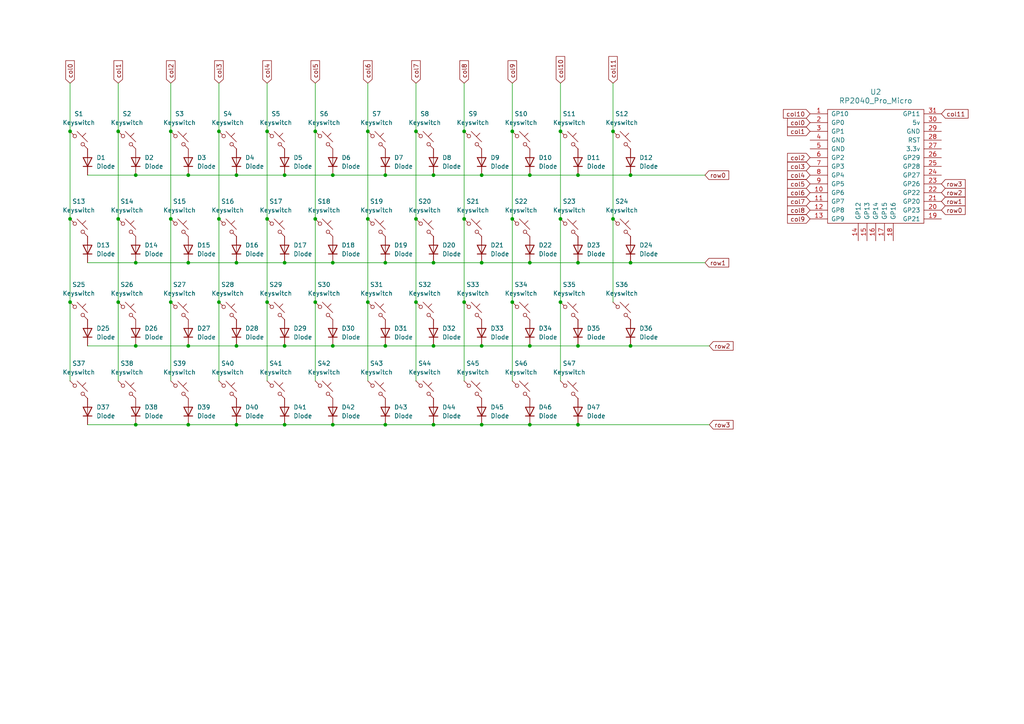
<source format=kicad_sch>
(kicad_sch (version 20231120) (generator "eeschema") (generator_version "8.0")
  (paper "A4")
  (lib_symbols
    (symbol "ScottoKeebs:MCU_RP2040_Pro_Micro" (pin_names (offset 1.016))
      (property "Reference" "U" (at 0 0 0))
      (property "Value" "RP2040_Pro_Micro" (at 0 -27.686 0))
      (symbol "MCU_RP2040_Pro_Micro_0_1"
        (rectangle (start -13.97 16.51) (end 13.97 -16.51))
      )
      (symbol "MCU_RP2040_Pro_Micro_1_1"
        (pin input line (at -19.05 15.24 0) (length 5.08) (name "GP10") (number "1"))
        (pin input line (at -19.05 -7.62 0) (length 5.08) (name "GP6") (number "10"))
        (pin input line (at -19.05 -10.16 0) (length 5.08) (name "GP7") (number "11"))
        (pin input line (at -19.05 -12.7 0) (length 5.08) (name "GP8") (number "12"))
        (pin input line (at -19.05 -15.24 0) (length 5.08) (name "GP9") (number "13"))
        (pin input line (at -5.08 -21.59 90) (length 5.08) (name "GP12") (number "14"))
        (pin input line (at -2.54 -21.59 90) (length 5.08) (name "GP13") (number "15"))
        (pin input line (at 0 -21.59 90) (length 5.08) (name "GP14") (number "16"))
        (pin input line (at 2.54 -21.59 90) (length 5.08) (name "GP15") (number "17"))
        (pin input line (at 5.08 -21.59 90) (length 5.08) (name "GP16") (number "18"))
        (pin input line (at 19.05 -15.24 180) (length 5.08) (name "GP21") (number "19"))
        (pin input line (at -19.05 12.7 0) (length 5.08) (name "GP0") (number "2"))
        (pin input line (at 19.05 -12.7 180) (length 5.08) (name "GP23") (number "20"))
        (pin input line (at 19.05 -10.16 180) (length 5.08) (name "GP20") (number "21"))
        (pin input line (at 19.05 -7.62 180) (length 5.08) (name "GP22") (number "22"))
        (pin input line (at 19.05 -5.08 180) (length 5.08) (name "GP26") (number "23"))
        (pin input line (at 19.05 -2.54 180) (length 5.08) (name "GP27") (number "24"))
        (pin input line (at 19.05 0 180) (length 5.08) (name "GP28") (number "25"))
        (pin input line (at 19.05 2.54 180) (length 5.08) (name "GP29") (number "26"))
        (pin input line (at 19.05 5.08 180) (length 5.08) (name "3.3v") (number "27"))
        (pin input line (at 19.05 7.62 180) (length 5.08) (name "RST") (number "28"))
        (pin input line (at 19.05 10.16 180) (length 5.08) (name "GND") (number "29"))
        (pin input line (at -19.05 10.16 0) (length 5.08) (name "GP1") (number "3"))
        (pin input line (at 19.05 12.7 180) (length 5.08) (name "5v") (number "30"))
        (pin input line (at 19.05 15.24 180) (length 5.08) (name "GP11") (number "31"))
        (pin input line (at -19.05 7.62 0) (length 5.08) (name "GND") (number "4"))
        (pin input line (at -19.05 5.08 0) (length 5.08) (name "GND") (number "5"))
        (pin input line (at -19.05 2.54 0) (length 5.08) (name "GP2") (number "6"))
        (pin input line (at -19.05 0 0) (length 5.08) (name "GP3") (number "7"))
        (pin input line (at -19.05 -2.54 0) (length 5.08) (name "GP4") (number "8"))
        (pin input line (at -19.05 -5.08 0) (length 5.08) (name "GP5") (number "9"))
      )
    )
    (symbol "ScottoKeebs:Placeholder_Diode" (pin_numbers hide) (pin_names hide)
      (property "Reference" "D" (at 0 2.54 0))
      (property "Value" "Diode" (at 0 -2.54 0))
      (symbol "Placeholder_Diode_0_1"
        (polyline (pts (xy -1.27 1.27) (xy -1.27 -1.27)) (stroke (width 0.254)))
        (polyline (pts (xy 1.27 0) (xy -1.27 0)))
        (polyline (pts (xy 1.27 1.27) (xy 1.27 -1.27) (xy -1.27 0) (xy 1.27 1.27)) (stroke (width 0.254)))
      )
      (symbol "Placeholder_Diode_1_1"
        (pin passive line (at -3.81 0 0) (length 2.54) (name "K") (number "1"))
        (pin passive line (at 3.81 0 180) (length 2.54) (name "A") (number "2"))
      )
    )
    (symbol "ScottoKeebs:Placeholder_Keyswitch" (pin_numbers hide) (pin_names (offset 1.016) hide)
      (property "Reference" "S" (at 3.048 1.016 0))
      (property "Value" "Keyswitch" (at 0 -3.81 0))
      (symbol "Placeholder_Keyswitch_0_1"
        (circle (center -1.1684 1.1684) (radius 0.508))
        (polyline (pts (xy -0.508 2.54) (xy 2.54 -0.508)))
        (polyline (pts (xy 1.016 1.016) (xy 2.032 2.032)))
        (polyline (pts (xy -2.54 2.54) (xy -1.524 1.524) (xy -1.524 1.524)))
        (polyline (pts (xy 1.524 -1.524) (xy 2.54 -2.54) (xy 2.54 -2.54) (xy 2.54 -2.54)))
        (circle (center 1.143 -1.1938) (radius 0.508))
        (pin passive line (at -2.54 2.54 0) (length 0) (name "1") (number "1"))
        (pin passive line (at 2.54 -2.54 180) (length 0) (name "2") (number "2"))
      )
    )
  )
  (junction (at 111.76 123.19))
  (junction (at 34.29 38.1))
  (junction (at 120.65 63.5))
  (junction (at 54.61 50.8))
  (junction (at 91.44 87.63))
  (junction (at 182.88 50.8))
  (junction (at 139.7 100.33))
  (junction (at 177.8 63.5))
  (junction (at 68.58 50.8))
  (junction (at 125.73 123.19))
  (junction (at 68.58 100.33))
  (junction (at 39.37 123.19))
  (junction (at 167.64 100.33))
  (junction (at 77.47 63.5))
  (junction (at 153.67 50.8))
  (junction (at 82.55 76.2))
  (junction (at 49.53 38.1))
  (junction (at 49.53 63.5))
  (junction (at 63.5 87.63))
  (junction (at 167.64 76.2))
  (junction (at 68.58 76.2))
  (junction (at 153.67 100.33))
  (junction (at 34.29 87.63))
  (junction (at 153.67 123.19))
  (junction (at 125.73 50.8))
  (junction (at 77.47 38.1))
  (junction (at 111.76 100.33))
  (junction (at 63.5 63.5))
  (junction (at 139.7 76.2))
  (junction (at 106.68 63.5))
  (junction (at 167.64 50.8))
  (junction (at 162.56 63.5))
  (junction (at 91.44 63.5))
  (junction (at 139.7 123.19))
  (junction (at 82.55 123.19))
  (junction (at 153.67 76.2))
  (junction (at 148.59 38.1))
  (junction (at 34.29 63.5))
  (junction (at 96.52 50.8))
  (junction (at 54.61 123.19))
  (junction (at 82.55 50.8))
  (junction (at 54.61 100.33))
  (junction (at 182.88 100.33))
  (junction (at 134.62 38.1))
  (junction (at 106.68 38.1))
  (junction (at 20.32 63.5))
  (junction (at 125.73 100.33))
  (junction (at 120.65 38.1))
  (junction (at 20.32 87.63))
  (junction (at 82.55 100.33))
  (junction (at 162.56 38.1))
  (junction (at 96.52 123.19))
  (junction (at 39.37 76.2))
  (junction (at 148.59 87.63))
  (junction (at 96.52 100.33))
  (junction (at 139.7 50.8))
  (junction (at 182.88 76.2))
  (junction (at 68.58 123.19))
  (junction (at 39.37 100.33))
  (junction (at 63.5 38.1))
  (junction (at 167.64 123.19))
  (junction (at 39.37 50.8))
  (junction (at 106.68 87.63))
  (junction (at 111.76 76.2))
  (junction (at 49.53 87.63))
  (junction (at 91.44 38.1))
  (junction (at 111.76 50.8))
  (junction (at 148.59 63.5))
  (junction (at 177.8 38.1))
  (junction (at 20.32 38.1))
  (junction (at 96.52 76.2))
  (junction (at 54.61 76.2))
  (junction (at 134.62 63.5))
  (junction (at 125.73 76.2))
  (junction (at 77.47 87.63))
  (junction (at 134.62 87.63))
  (junction (at 120.65 87.63))
  (junction (at 162.56 87.63))
  (wire (pts (xy 91.44 38.1) (xy 91.44 63.5)))
  (wire (pts (xy 49.53 38.1) (xy 49.53 63.5)))
  (wire (pts (xy 162.56 38.1) (xy 162.56 63.5)))
  (wire (pts (xy 162.56 63.5) (xy 162.56 87.63)))
  (wire (pts (xy 68.58 123.19) (xy 82.55 123.19)))
  (wire (pts (xy 134.62 38.1) (xy 134.62 63.5)))
  (wire (pts (xy 63.5 63.5) (xy 63.5 87.63)))
  (wire (pts (xy 39.37 100.33) (xy 54.61 100.33)))
  (wire (pts (xy 153.67 50.8) (xy 167.64 50.8)))
  (wire (pts (xy 134.62 63.5) (xy 134.62 87.63)))
  (wire (pts (xy 77.47 63.5) (xy 77.47 87.63)))
  (wire (pts (xy 20.32 87.63) (xy 20.32 110.49)))
  (wire (pts (xy 120.65 87.63) (xy 120.65 110.49)))
  (wire (pts (xy 125.73 50.8) (xy 139.7 50.8)))
  (wire (pts (xy 49.53 24.13) (xy 49.53 38.1)))
  (wire (pts (xy 134.62 87.63) (xy 134.62 110.49)))
  (wire (pts (xy 63.5 87.63) (xy 63.5 110.49)))
  (wire (pts (xy 34.29 87.63) (xy 34.29 110.49)))
  (wire (pts (xy 68.58 100.33) (xy 82.55 100.33)))
  (wire (pts (xy 125.73 100.33) (xy 139.7 100.33)))
  (wire (pts (xy 167.64 100.33) (xy 182.88 100.33)))
  (wire (pts (xy 96.52 123.19) (xy 111.76 123.19)))
  (wire (pts (xy 20.32 38.1) (xy 20.32 63.5)))
  (wire (pts (xy 96.52 76.2) (xy 111.76 76.2)))
  (wire (pts (xy 182.88 76.2) (xy 204.47 76.2)))
  (wire (pts (xy 20.32 63.5) (xy 20.32 87.63)))
  (wire (pts (xy 39.37 76.2) (xy 54.61 76.2)))
  (wire (pts (xy 148.59 24.13) (xy 148.59 38.1)))
  (wire (pts (xy 25.4 123.19) (xy 39.37 123.19)))
  (wire (pts (xy 82.55 100.33) (xy 96.52 100.33)))
  (wire (pts (xy 120.65 24.13) (xy 120.65 38.1)))
  (wire (pts (xy 139.7 50.8) (xy 153.67 50.8)))
  (wire (pts (xy 111.76 76.2) (xy 125.73 76.2)))
  (wire (pts (xy 106.68 38.1) (xy 106.68 63.5)))
  (wire (pts (xy 120.65 38.1) (xy 120.65 63.5)))
  (wire (pts (xy 177.8 24.13) (xy 177.8 38.1)))
  (wire (pts (xy 162.56 87.63) (xy 162.56 110.49)))
  (wire (pts (xy 148.59 87.63) (xy 148.59 110.49)))
  (wire (pts (xy 177.8 63.5) (xy 177.8 87.63)))
  (wire (pts (xy 77.47 38.1) (xy 77.47 63.5)))
  (wire (pts (xy 153.67 123.19) (xy 167.64 123.19)))
  (wire (pts (xy 25.4 100.33) (xy 39.37 100.33)))
  (wire (pts (xy 125.73 76.2) (xy 139.7 76.2)))
  (wire (pts (xy 111.76 50.8) (xy 125.73 50.8)))
  (wire (pts (xy 134.62 24.13) (xy 134.62 38.1)))
  (wire (pts (xy 25.4 50.8) (xy 39.37 50.8)))
  (wire (pts (xy 167.64 50.8) (xy 182.88 50.8)))
  (wire (pts (xy 148.59 63.5) (xy 148.59 87.63)))
  (wire (pts (xy 125.73 123.19) (xy 139.7 123.19)))
  (wire (pts (xy 91.44 24.13) (xy 91.44 38.1)))
  (wire (pts (xy 139.7 100.33) (xy 153.67 100.33)))
  (wire (pts (xy 167.64 123.19) (xy 205.74 123.19)))
  (wire (pts (xy 177.8 38.1) (xy 177.8 63.5)))
  (wire (pts (xy 20.32 24.13) (xy 20.32 38.1)))
  (wire (pts (xy 25.4 76.2) (xy 39.37 76.2)))
  (wire (pts (xy 77.47 24.13) (xy 77.47 38.1)))
  (wire (pts (xy 63.5 38.1) (xy 63.5 63.5)))
  (wire (pts (xy 148.59 38.1) (xy 148.59 63.5)))
  (wire (pts (xy 139.7 123.19) (xy 153.67 123.19)))
  (wire (pts (xy 96.52 50.8) (xy 111.76 50.8)))
  (wire (pts (xy 54.61 50.8) (xy 68.58 50.8)))
  (wire (pts (xy 34.29 38.1) (xy 34.29 63.5)))
  (wire (pts (xy 120.65 63.5) (xy 120.65 87.63)))
  (wire (pts (xy 111.76 123.19) (xy 125.73 123.19)))
  (wire (pts (xy 167.64 76.2) (xy 182.88 76.2)))
  (wire (pts (xy 68.58 76.2) (xy 82.55 76.2)))
  (wire (pts (xy 49.53 87.63) (xy 49.53 110.49)))
  (wire (pts (xy 82.55 76.2) (xy 96.52 76.2)))
  (wire (pts (xy 162.56 24.13) (xy 162.56 38.1)))
  (wire (pts (xy 111.76 100.33) (xy 125.73 100.33)))
  (wire (pts (xy 49.53 63.5) (xy 49.53 87.63)))
  (wire (pts (xy 96.52 100.33) (xy 111.76 100.33)))
  (wire (pts (xy 82.55 123.19) (xy 96.52 123.19)))
  (wire (pts (xy 182.88 100.33) (xy 205.74 100.33)))
  (wire (pts (xy 54.61 100.33) (xy 68.58 100.33)))
  (wire (pts (xy 34.29 24.13) (xy 34.29 38.1)))
  (wire (pts (xy 34.29 63.5) (xy 34.29 87.63)))
  (wire (pts (xy 91.44 87.63) (xy 91.44 110.49)))
  (wire (pts (xy 68.58 50.8) (xy 82.55 50.8)))
  (wire (pts (xy 54.61 76.2) (xy 68.58 76.2)))
  (wire (pts (xy 139.7 76.2) (xy 153.67 76.2)))
  (wire (pts (xy 182.88 50.8) (xy 204.47 50.8)))
  (wire (pts (xy 39.37 123.19) (xy 54.61 123.19)))
  (wire (pts (xy 77.47 87.63) (xy 77.47 110.49)))
  (wire (pts (xy 82.55 50.8) (xy 96.52 50.8)))
  (wire (pts (xy 153.67 76.2) (xy 167.64 76.2)))
  (wire (pts (xy 54.61 123.19) (xy 68.58 123.19)))
  (wire (pts (xy 106.68 87.63) (xy 106.68 110.49)))
  (wire (pts (xy 153.67 100.33) (xy 167.64 100.33)))
  (wire (pts (xy 63.5 24.13) (xy 63.5 38.1)))
  (wire (pts (xy 91.44 63.5) (xy 91.44 87.63)))
  (wire (pts (xy 106.68 63.5) (xy 106.68 87.63)))
  (wire (pts (xy 106.68 24.13) (xy 106.68 38.1)))
  (wire (pts (xy 39.37 50.8) (xy 54.61 50.8)))
  (global_label "col9" (shape input) (at 234.95 63.5 180) (property "Intersheetrefs" "${INTERSHEET_REFS}" (effects (hide yes))))
  (global_label "col11" (shape input) (at 273.05 33.02 0) (property "Intersheetrefs" "${INTERSHEET_REFS}" (effects (hide yes))))
  (global_label "col5" (shape input) (at 91.44 24.13 90) (property "Intersheetrefs" "${INTERSHEET_REFS}" (effects (hide yes))))
  (global_label "col6" (shape input) (at 106.68 24.13 90) (property "Intersheetrefs" "${INTERSHEET_REFS}" (effects (hide yes))))
  (global_label "col3" (shape input) (at 234.95 48.26 180) (property "Intersheetrefs" "${INTERSHEET_REFS}" (effects (hide yes))))
  (global_label "col7" (shape input) (at 234.95 58.42 180) (property "Intersheetrefs" "${INTERSHEET_REFS}" (effects (hide yes))))
  (global_label "col10" (shape input) (at 234.95 33.02 180) (property "Intersheetrefs" "${INTERSHEET_REFS}" (effects (hide yes))))
  (global_label "col0" (shape input) (at 234.95 35.56 180) (property "Intersheetrefs" "${INTERSHEET_REFS}" (effects (hide yes))))
  (global_label "col2" (shape input) (at 49.53 24.13 90) (property "Intersheetrefs" "${INTERSHEET_REFS}" (effects (hide yes))))
  (global_label "col8" (shape input) (at 134.62 24.13 90) (property "Intersheetrefs" "${INTERSHEET_REFS}" (effects (hide yes))))
  (global_label "row1" (shape input) (at 204.47 76.2 0) (property "Intersheetrefs" "${INTERSHEET_REFS}" (effects (hide yes))))
  (global_label "col10" (shape input) (at 162.56 24.13 90) (property "Intersheetrefs" "${INTERSHEET_REFS}" (effects (hide yes))))
  (global_label "col8" (shape input) (at 234.95 60.96 180) (property "Intersheetrefs" "${INTERSHEET_REFS}" (effects (hide yes))))
  (global_label "col7" (shape input) (at 120.65 24.13 90) (property "Intersheetrefs" "${INTERSHEET_REFS}" (effects (hide yes))))
  (global_label "col0" (shape input) (at 20.32 24.13 90) (property "Intersheetrefs" "${INTERSHEET_REFS}" (effects (hide yes))))
  (global_label "col4" (shape input) (at 234.95 50.8 180) (property "Intersheetrefs" "${INTERSHEET_REFS}" (effects (hide yes))))
  (global_label "row3" (shape input) (at 273.05 53.34 0) (property "Intersheetrefs" "${INTERSHEET_REFS}" (effects (hide yes))))
  (global_label "col5" (shape input) (at 234.95 53.34 180) (property "Intersheetrefs" "${INTERSHEET_REFS}" (effects (hide yes))))
  (global_label "row2" (shape input) (at 273.05 55.88 0) (property "Intersheetrefs" "${INTERSHEET_REFS}" (effects (hide yes))))
  (global_label "row1" (shape input) (at 273.05 58.42 0) (property "Intersheetrefs" "${INTERSHEET_REFS}" (effects (hide yes))))
  (global_label "col1" (shape input) (at 34.29 24.13 90) (property "Intersheetrefs" "${INTERSHEET_REFS}" (effects (hide yes))))
  (global_label "row3" (shape input) (at 205.74 123.19 0) (property "Intersheetrefs" "${INTERSHEET_REFS}" (effects (hide yes))))
  (global_label "col4" (shape input) (at 77.47 24.13 90) (property "Intersheetrefs" "${INTERSHEET_REFS}" (effects (hide yes))))
  (global_label "row2" (shape input) (at 205.74 100.33 0) (property "Intersheetrefs" "${INTERSHEET_REFS}" (effects (hide yes))))
  (global_label "col6" (shape input) (at 234.95 55.88 180) (property "Intersheetrefs" "${INTERSHEET_REFS}" (effects (hide yes))))
  (global_label "col9" (shape input) (at 148.59 24.13 90) (property "Intersheetrefs" "${INTERSHEET_REFS}" (effects (hide yes))))
  (global_label "col1" (shape input) (at 234.95 38.1 180) (property "Intersheetrefs" "${INTERSHEET_REFS}" (effects (hide yes))))
  (global_label "col3" (shape input) (at 63.5 24.13 90) (property "Intersheetrefs" "${INTERSHEET_REFS}" (effects (hide yes))))
  (global_label "row0" (shape input) (at 204.47 50.8 0) (property "Intersheetrefs" "${INTERSHEET_REFS}" (effects (hide yes))))
  (global_label "col11" (shape input) (at 177.8 24.13 90) (property "Intersheetrefs" "${INTERSHEET_REFS}" (effects (hide yes))))
  (global_label "col2" (shape input) (at 234.95 45.72 180) (property "Intersheetrefs" "${INTERSHEET_REFS}" (effects (hide yes))))
  (global_label "row0" (shape input) (at 273.05 60.96 0) (property "Intersheetrefs" "${INTERSHEET_REFS}" (effects (hide yes))))
  (symbol (lib_id "ScottoKeebs:Placeholder_Diode") (at 54.61 72.39 90) (unit 1)
    (property "Reference" "D15" (at 57.15 71.1199 90) (effects (justify right)))
    (property "Value" "Diode" (at 57.15 73.6599 90) (effects (justify right)))
    (property "Footprint" "Diode_SMD:D_SOD-123" (effects (hide yes)))
    (property "Description" "1N4148 (DO-35) or 1N4148W (SOD-123)" (effects (hide yes)))
    (property "Sim.Device" "D" (effects (hide yes)))
    (property "Sim.Pins" "1=K 2=A" (effects (hide yes)))
  )
  (symbol (lib_id "ScottoKeebs:Placeholder_Keyswitch") (at 151.13 66.04 0) (unit 1)
    (property "Reference" "S22" (at 151.13 58.42 0))
    (property "Value" "Keyswitch" (at 151.13 60.96 0))
    (property "Footprint" "KS33:SW_Gateron_LowProfile_HotSwap_PTH" (effects (hide yes)))
    (property "Description" "Push button switch, normally open, two pins, 45° tilted" (effects (hide yes)))
  )
  (symbol (lib_id "ScottoKeebs:Placeholder_Keyswitch") (at 109.22 113.03 0) (unit 1)
    (property "Reference" "S43" (at 109.22 105.41 0))
    (property "Value" "Keyswitch" (at 109.22 107.95 0))
    (property "Footprint" "KS33:SW_Gateron_LowProfile_HotSwap_PTH" (effects (hide yes)))
    (property "Description" "Push button switch, normally open, two pins, 45° tilted" (effects (hide yes)))
  )
  (symbol (lib_id "ScottoKeebs:Placeholder_Keyswitch") (at 165.1 113.03 0) (unit 1)
    (property "Reference" "S47" (at 165.1 105.41 0))
    (property "Value" "Keyswitch" (at 165.1 107.95 0))
    (property "Footprint" "KS33:SW_Gateron_LowProfile_HotSwap_PTH" (effects (hide yes)))
    (property "Description" "Push button switch, normally open, two pins, 45° tilted" (effects (hide yes)))
  )
  (symbol (lib_id "ScottoKeebs:Placeholder_Keyswitch") (at 66.04 40.64 0) (unit 1)
    (property "Reference" "S4" (at 66.04 33.02 0))
    (property "Value" "Keyswitch" (at 66.04 35.56 0))
    (property "Footprint" "KS33:SW_Gateron_LowProfile_HotSwap_PTH" (effects (hide yes)))
    (property "Description" "Push button switch, normally open, two pins, 45° tilted" (effects (hide yes)))
  )
  (symbol (lib_id "ScottoKeebs:Placeholder_Keyswitch") (at 93.98 40.64 0) (unit 1)
    (property "Reference" "S6" (at 93.98 33.02 0))
    (property "Value" "Keyswitch" (at 93.98 35.56 0))
    (property "Footprint" "KS33:SW_Gateron_LowProfile_HotSwap_PTH" (effects (hide yes)))
    (property "Description" "Push button switch, normally open, two pins, 45° tilted" (effects (hide yes)))
  )
  (symbol (lib_id "ScottoKeebs:Placeholder_Diode") (at 139.7 119.38 90) (unit 1)
    (property "Reference" "D45" (at 142.24 118.1099 90) (effects (justify right)))
    (property "Value" "Diode" (at 142.24 120.6499 90) (effects (justify right)))
    (property "Footprint" "Diode_SMD:D_SOD-123" (effects (hide yes)))
    (property "Description" "1N4148 (DO-35) or 1N4148W (SOD-123)" (effects (hide yes)))
    (property "Sim.Device" "D" (effects (hide yes)))
    (property "Sim.Pins" "1=K 2=A" (effects (hide yes)))
  )
  (symbol (lib_id "ScottoKeebs:Placeholder_Keyswitch") (at 123.19 40.64 0) (unit 1)
    (property "Reference" "S8" (at 123.19 33.02 0))
    (property "Value" "Keyswitch" (at 123.19 35.56 0))
    (property "Footprint" "KS33:SW_Gateron_LowProfile_HotSwap_PTH" (effects (hide yes)))
    (property "Description" "Push button switch, normally open, two pins, 45° tilted" (effects (hide yes)))
  )
  (symbol (lib_id "ScottoKeebs:Placeholder_Diode") (at 111.76 96.52 90) (unit 1)
    (property "Reference" "D31" (at 114.3 95.2499 90) (effects (justify right)))
    (property "Value" "Diode" (at 114.3 97.7899 90) (effects (justify right)))
    (property "Footprint" "Diode_SMD:D_SOD-123" (effects (hide yes)))
    (property "Description" "1N4148 (DO-35) or 1N4148W (SOD-123)" (effects (hide yes)))
    (property "Sim.Device" "D" (effects (hide yes)))
    (property "Sim.Pins" "1=K 2=A" (effects (hide yes)))
  )
  (symbol (lib_id "ScottoKeebs:Placeholder_Diode") (at 111.76 119.38 90) (unit 1)
    (property "Reference" "D43" (at 114.3 118.1099 90) (effects (justify right)))
    (property "Value" "Diode" (at 114.3 120.6499 90) (effects (justify right)))
    (property "Footprint" "Diode_SMD:D_SOD-123" (effects (hide yes)))
    (property "Description" "1N4148 (DO-35) or 1N4148W (SOD-123)" (effects (hide yes)))
    (property "Sim.Device" "D" (effects (hide yes)))
    (property "Sim.Pins" "1=K 2=A" (effects (hide yes)))
  )
  (symbol (lib_id "ScottoKeebs:Placeholder_Keyswitch") (at 22.86 90.17 0) (unit 1)
    (property "Reference" "S25" (at 22.86 82.55 0))
    (property "Value" "Keyswitch" (at 22.86 85.09 0))
    (property "Footprint" "KS33:SW_Gateron_LowProfile_HotSwap_PTH" (effects (hide yes)))
    (property "Description" "Push button switch, normally open, two pins, 45° tilted" (effects (hide yes)))
  )
  (symbol (lib_id "ScottoKeebs:Placeholder_Keyswitch") (at 80.01 113.03 0) (unit 1)
    (property "Reference" "S41" (at 80.01 105.41 0))
    (property "Value" "Keyswitch" (at 80.01 107.95 0))
    (property "Footprint" "KS33:SW_Gateron_LowProfile_HotSwap_PTH" (effects (hide yes)))
    (property "Description" "Push button switch, normally open, two pins, 45° tilted" (effects (hide yes)))
  )
  (symbol (lib_id "ScottoKeebs:Placeholder_Keyswitch") (at 137.16 113.03 0) (unit 1)
    (property "Reference" "S45" (at 137.16 105.41 0))
    (property "Value" "Keyswitch" (at 137.16 107.95 0))
    (property "Footprint" "KS33:SW_Gateron_LowProfile_HotSwap_PTH" (effects (hide yes)))
    (property "Description" "Push button switch, normally open, two pins, 45° tilted" (effects (hide yes)))
  )
  (symbol (lib_id "ScottoKeebs:Placeholder_Keyswitch") (at 93.98 66.04 0) (unit 1)
    (property "Reference" "S18" (at 93.98 58.42 0))
    (property "Value" "Keyswitch" (at 93.98 60.96 0))
    (property "Footprint" "KS33:SW_Gateron_LowProfile_HotSwap_PTH" (effects (hide yes)))
    (property "Description" "Push button switch, normally open, two pins, 45° tilted" (effects (hide yes)))
  )
  (symbol (lib_id "ScottoKeebs:Placeholder_Keyswitch") (at 123.19 113.03 0) (unit 1)
    (property "Reference" "S44" (at 123.19 105.41 0))
    (property "Value" "Keyswitch" (at 123.19 107.95 0))
    (property "Footprint" "KS33:SW_Gateron_LowProfile_HotSwap_PTH" (effects (hide yes)))
    (property "Description" "Push button switch, normally open, two pins, 45° tilted" (effects (hide yes)))
  )
  (symbol (lib_id "ScottoKeebs:Placeholder_Diode") (at 153.67 119.38 90) (unit 1)
    (property "Reference" "D46" (at 156.21 118.1099 90) (effects (justify right)))
    (property "Value" "Diode" (at 156.21 120.6499 90) (effects (justify right)))
    (property "Footprint" "Diode_SMD:D_SOD-123" (effects (hide yes)))
    (property "Description" "1N4148 (DO-35) or 1N4148W (SOD-123)" (effects (hide yes)))
    (property "Sim.Device" "D" (effects (hide yes)))
    (property "Sim.Pins" "1=K 2=A" (effects (hide yes)))
  )
  (symbol (lib_id "ScottoKeebs:Placeholder_Keyswitch") (at 36.83 66.04 0) (unit 1)
    (property "Reference" "S14" (at 36.83 58.42 0))
    (property "Value" "Keyswitch" (at 36.83 60.96 0))
    (property "Footprint" "KS33:SW_Gateron_LowProfile_HotSwap_PTH" (effects (hide yes)))
    (property "Description" "Push button switch, normally open, two pins, 45° tilted" (effects (hide yes)))
  )
  (symbol (lib_id "ScottoKeebs:Placeholder_Diode") (at 25.4 96.52 90) (unit 1)
    (property "Reference" "D25" (at 27.94 95.2499 90) (effects (justify right)))
    (property "Value" "Diode" (at 27.94 97.7899 90) (effects (justify right)))
    (property "Footprint" "Diode_SMD:D_SOD-123" (effects (hide yes)))
    (property "Description" "1N4148 (DO-35) or 1N4148W (SOD-123)" (effects (hide yes)))
    (property "Sim.Device" "D" (effects (hide yes)))
    (property "Sim.Pins" "1=K 2=A" (effects (hide yes)))
  )
  (symbol (lib_id "ScottoKeebs:Placeholder_Diode") (at 153.67 46.99 90) (unit 1)
    (property "Reference" "D10" (at 156.21 45.7199 90) (effects (justify right)))
    (property "Value" "Diode" (at 156.21 48.2599 90) (effects (justify right)))
    (property "Footprint" "Diode_SMD:D_SOD-123" (effects (hide yes)))
    (property "Description" "1N4148 (DO-35) or 1N4148W (SOD-123)" (effects (hide yes)))
    (property "Sim.Device" "D" (effects (hide yes)))
    (property "Sim.Pins" "1=K 2=A" (effects (hide yes)))
  )
  (symbol (lib_id "ScottoKeebs:Placeholder_Diode") (at 96.52 96.52 90) (unit 1)
    (property "Reference" "D30" (at 99.06 95.2499 90) (effects (justify right)))
    (property "Value" "Diode" (at 99.06 97.7899 90) (effects (justify right)))
    (property "Footprint" "Diode_SMD:D_SOD-123" (effects (hide yes)))
    (property "Description" "1N4148 (DO-35) or 1N4148W (SOD-123)" (effects (hide yes)))
    (property "Sim.Device" "D" (effects (hide yes)))
    (property "Sim.Pins" "1=K 2=A" (effects (hide yes)))
  )
  (symbol (lib_id "ScottoKeebs:Placeholder_Diode") (at 111.76 72.39 90) (unit 1)
    (property "Reference" "D19" (at 114.3 71.1199 90) (effects (justify right)))
    (property "Value" "Diode" (at 114.3 73.6599 90) (effects (justify right)))
    (property "Footprint" "Diode_SMD:D_SOD-123" (effects (hide yes)))
    (property "Description" "1N4148 (DO-35) or 1N4148W (SOD-123)" (effects (hide yes)))
    (property "Sim.Device" "D" (effects (hide yes)))
    (property "Sim.Pins" "1=K 2=A" (effects (hide yes)))
  )
  (symbol (lib_id "ScottoKeebs:MCU_RP2040_Pro_Micro") (at 254 48.26 0) (unit 1)
    (property "Reference" "U2" (at 254 26.67 0) (effects (font (size 1.524 1.524))))
    (property "Value" "RP2040_Pro_Micro" (at 254 29.21 0) (effects (font (size 1.524 1.524))))
    (property "Footprint" "ScottoKeebs_MCU:RP2040_Pro_Micro" (effects (hide yes)))
  )
  (symbol (lib_id "ScottoKeebs:Placeholder_Diode") (at 139.7 46.99 90) (unit 1)
    (property "Reference" "D9" (at 142.24 45.7199 90) (effects (justify right)))
    (property "Value" "Diode" (at 142.24 48.2599 90) (effects (justify right)))
    (property "Footprint" "Diode_SMD:D_SOD-123" (effects (hide yes)))
    (property "Description" "1N4148 (DO-35) or 1N4148W (SOD-123)" (effects (hide yes)))
    (property "Sim.Device" "D" (effects (hide yes)))
    (property "Sim.Pins" "1=K 2=A" (effects (hide yes)))
  )
  (symbol (lib_id "ScottoKeebs:Placeholder_Keyswitch") (at 165.1 90.17 0) (unit 1)
    (property "Reference" "S35" (at 165.1 82.55 0))
    (property "Value" "Keyswitch" (at 165.1 85.09 0))
    (property "Footprint" "KS33:SW_Gateron_LowProfile_HotSwap_PTH" (effects (hide yes)))
    (property "Description" "Push button switch, normally open, two pins, 45° tilted" (effects (hide yes)))
  )
  (symbol (lib_id "ScottoKeebs:Placeholder_Diode") (at 82.55 96.52 90) (unit 1)
    (property "Reference" "D29" (at 85.09 95.2499 90) (effects (justify right)))
    (property "Value" "Diode" (at 85.09 97.7899 90) (effects (justify right)))
    (property "Footprint" "Diode_SMD:D_SOD-123" (effects (hide yes)))
    (property "Description" "1N4148 (DO-35) or 1N4148W (SOD-123)" (effects (hide yes)))
    (property "Sim.Device" "D" (effects (hide yes)))
    (property "Sim.Pins" "1=K 2=A" (effects (hide yes)))
  )
  (symbol (lib_id "ScottoKeebs:Placeholder_Diode") (at 125.73 72.39 90) (unit 1)
    (property "Reference" "D20" (at 128.27 71.1199 90) (effects (justify right)))
    (property "Value" "Diode" (at 128.27 73.6599 90) (effects (justify right)))
    (property "Footprint" "Diode_SMD:D_SOD-123" (effects (hide yes)))
    (property "Description" "1N4148 (DO-35) or 1N4148W (SOD-123)" (effects (hide yes)))
    (property "Sim.Device" "D" (effects (hide yes)))
    (property "Sim.Pins" "1=K 2=A" (effects (hide yes)))
  )
  (symbol (lib_id "ScottoKeebs:Placeholder_Keyswitch") (at 66.04 90.17 0) (unit 1)
    (property "Reference" "S28" (at 66.04 82.55 0))
    (property "Value" "Keyswitch" (at 66.04 85.09 0))
    (property "Footprint" "KS33:SW_Gateron_LowProfile_HotSwap_PTH" (effects (hide yes)))
    (property "Description" "Push button switch, normally open, two pins, 45° tilted" (effects (hide yes)))
  )
  (symbol (lib_id "ScottoKeebs:Placeholder_Diode") (at 153.67 96.52 90) (unit 1)
    (property "Reference" "D34" (at 156.21 95.2499 90) (effects (justify right)))
    (property "Value" "Diode" (at 156.21 97.7899 90) (effects (justify right)))
    (property "Footprint" "Diode_SMD:D_SOD-123" (effects (hide yes)))
    (property "Description" "1N4148 (DO-35) or 1N4148W (SOD-123)" (effects (hide yes)))
    (property "Sim.Device" "D" (effects (hide yes)))
    (property "Sim.Pins" "1=K 2=A" (effects (hide yes)))
  )
  (symbol (lib_id "ScottoKeebs:Placeholder_Diode") (at 68.58 119.38 90) (unit 1)
    (property "Reference" "D40" (at 71.12 118.1099 90) (effects (justify right)))
    (property "Value" "Diode" (at 71.12 120.6499 90) (effects (justify right)))
    (property "Footprint" "Diode_SMD:D_SOD-123" (effects (hide yes)))
    (property "Description" "1N4148 (DO-35) or 1N4148W (SOD-123)" (effects (hide yes)))
    (property "Sim.Device" "D" (effects (hide yes)))
    (property "Sim.Pins" "1=K 2=A" (effects (hide yes)))
  )
  (symbol (lib_id "ScottoKeebs:Placeholder_Diode") (at 96.52 119.38 90) (unit 1)
    (property "Reference" "D42" (at 99.06 118.1099 90) (effects (justify right)))
    (property "Value" "Diode" (at 99.06 120.6499 90) (effects (justify right)))
    (property "Footprint" "Diode_SMD:D_SOD-123" (effects (hide yes)))
    (property "Description" "1N4148 (DO-35) or 1N4148W (SOD-123)" (effects (hide yes)))
    (property "Sim.Device" "D" (effects (hide yes)))
    (property "Sim.Pins" "1=K 2=A" (effects (hide yes)))
  )
  (symbol (lib_id "ScottoKeebs:Placeholder_Diode") (at 68.58 96.52 90) (unit 1)
    (property "Reference" "D28" (at 71.12 95.2499 90) (effects (justify right)))
    (property "Value" "Diode" (at 71.12 97.7899 90) (effects (justify right)))
    (property "Footprint" "Diode_SMD:D_SOD-123" (effects (hide yes)))
    (property "Description" "1N4148 (DO-35) or 1N4148W (SOD-123)" (effects (hide yes)))
    (property "Sim.Device" "D" (effects (hide yes)))
    (property "Sim.Pins" "1=K 2=A" (effects (hide yes)))
  )
  (symbol (lib_id "ScottoKeebs:Placeholder_Keyswitch") (at 151.13 90.17 0) (unit 1)
    (property "Reference" "S34" (at 151.13 82.55 0))
    (property "Value" "Keyswitch" (at 151.13 85.09 0))
    (property "Footprint" "KS33:SW_Gateron_LowProfile_HotSwap_PTH" (effects (hide yes)))
    (property "Description" "Push button switch, normally open, two pins, 45° tilted" (effects (hide yes)))
  )
  (symbol (lib_id "ScottoKeebs:Placeholder_Diode") (at 139.7 72.39 90) (unit 1)
    (property "Reference" "D21" (at 142.24 71.1199 90) (effects (justify right)))
    (property "Value" "Diode" (at 142.24 73.6599 90) (effects (justify right)))
    (property "Footprint" "Diode_SMD:D_SOD-123" (effects (hide yes)))
    (property "Description" "1N4148 (DO-35) or 1N4148W (SOD-123)" (effects (hide yes)))
    (property "Sim.Device" "D" (effects (hide yes)))
    (property "Sim.Pins" "1=K 2=A" (effects (hide yes)))
  )
  (symbol (lib_id "ScottoKeebs:Placeholder_Keyswitch") (at 22.86 113.03 0) (unit 1)
    (property "Reference" "S37" (at 22.86 105.41 0))
    (property "Value" "Keyswitch" (at 22.86 107.95 0))
    (property "Footprint" "KS33:SW_Gateron_LowProfile_HotSwap_PTH" (effects (hide yes)))
    (property "Description" "Push button switch, normally open, two pins, 45° tilted" (effects (hide yes)))
  )
  (symbol (lib_id "ScottoKeebs:Placeholder_Keyswitch") (at 66.04 66.04 0) (unit 1)
    (property "Reference" "S16" (at 66.04 58.42 0))
    (property "Value" "Keyswitch" (at 66.04 60.96 0))
    (property "Footprint" "KS33:SW_Gateron_LowProfile_HotSwap_PTH" (effects (hide yes)))
    (property "Description" "Push button switch, normally open, two pins, 45° tilted" (effects (hide yes)))
  )
  (symbol (lib_id "ScottoKeebs:Placeholder_Diode") (at 25.4 46.99 90) (unit 1)
    (property "Reference" "D1" (at 27.94 45.7199 90) (effects (justify right)))
    (property "Value" "Diode" (at 27.94 48.2599 90) (effects (justify right)))
    (property "Footprint" "Diode_SMD:D_SOD-123" (effects (hide yes)))
    (property "Description" "1N4148 (DO-35) or 1N4148W (SOD-123)" (effects (hide yes)))
    (property "Sim.Device" "D" (effects (hide yes)))
    (property "Sim.Pins" "1=K 2=A" (effects (hide yes)))
  )
  (symbol (lib_id "ScottoKeebs:Placeholder_Keyswitch") (at 123.19 66.04 0) (unit 1)
    (property "Reference" "S20" (at 123.19 58.42 0))
    (property "Value" "Keyswitch" (at 123.19 60.96 0))
    (property "Footprint" "KS33:SW_Gateron_LowProfile_HotSwap_PTH" (effects (hide yes)))
    (property "Description" "Push button switch, normally open, two pins, 45° tilted" (effects (hide yes)))
  )
  (symbol (lib_id "ScottoKeebs:Placeholder_Keyswitch") (at 36.83 40.64 0) (unit 1)
    (property "Reference" "S2" (at 36.83 33.02 0))
    (property "Value" "Keyswitch" (at 36.83 35.56 0))
    (property "Footprint" "KS33:SW_Gateron_LowProfile_HotSwap_PTH" (effects (hide yes)))
    (property "Description" "Push button switch, normally open, two pins, 45° tilted" (effects (hide yes)))
  )
  (symbol (lib_id "ScottoKeebs:Placeholder_Diode") (at 54.61 96.52 90) (unit 1)
    (property "Reference" "D27" (at 57.15 95.2499 90) (effects (justify right)))
    (property "Value" "Diode" (at 57.15 97.7899 90) (effects (justify right)))
    (property "Footprint" "Diode_SMD:D_SOD-123" (effects (hide yes)))
    (property "Description" "1N4148 (DO-35) or 1N4148W (SOD-123)" (effects (hide yes)))
    (property "Sim.Device" "D" (effects (hide yes)))
    (property "Sim.Pins" "1=K 2=A" (effects (hide yes)))
  )
  (symbol (lib_id "ScottoKeebs:Placeholder_Keyswitch") (at 52.07 113.03 0) (unit 1)
    (property "Reference" "S39" (at 52.07 105.41 0))
    (property "Value" "Keyswitch" (at 52.07 107.95 0))
    (property "Footprint" "KS33:SW_Gateron_LowProfile_HotSwap_PTH" (effects (hide yes)))
    (property "Description" "Push button switch, normally open, two pins, 45° tilted" (effects (hide yes)))
  )
  (symbol (lib_id "ScottoKeebs:Placeholder_Keyswitch") (at 109.22 66.04 0) (unit 1)
    (property "Reference" "S19" (at 109.22 58.42 0))
    (property "Value" "Keyswitch" (at 109.22 60.96 0))
    (property "Footprint" "KS33:SW_Gateron_LowProfile_HotSwap_PTH" (effects (hide yes)))
    (property "Description" "Push button switch, normally open, two pins, 45° tilted" (effects (hide yes)))
  )
  (symbol (lib_id "ScottoKeebs:Placeholder_Keyswitch") (at 165.1 66.04 0) (unit 1)
    (property "Reference" "S23" (at 165.1 58.42 0))
    (property "Value" "Keyswitch" (at 165.1 60.96 0))
    (property "Footprint" "KS33:SW_Gateron_LowProfile_HotSwap_PTH" (effects (hide yes)))
    (property "Description" "Push button switch, normally open, two pins, 45° tilted" (effects (hide yes)))
  )
  (symbol (lib_id "ScottoKeebs:Placeholder_Keyswitch") (at 109.22 40.64 0) (unit 1)
    (property "Reference" "S7" (at 109.22 33.02 0))
    (property "Value" "Keyswitch" (at 109.22 35.56 0))
    (property "Footprint" "KS33:SW_Gateron_LowProfile_HotSwap_PTH" (effects (hide yes)))
    (property "Description" "Push button switch, normally open, two pins, 45° tilted" (effects (hide yes)))
  )
  (symbol (lib_id "ScottoKeebs:Placeholder_Keyswitch") (at 123.19 90.17 0) (unit 1)
    (property "Reference" "S32" (at 123.19 82.55 0))
    (property "Value" "Keyswitch" (at 123.19 85.09 0))
    (property "Footprint" "KS33:SW_Gateron_LowProfile_HotSwap_PTH" (effects (hide yes)))
    (property "Description" "Push button switch, normally open, two pins, 45° tilted" (effects (hide yes)))
  )
  (symbol (lib_id "ScottoKeebs:Placeholder_Diode") (at 68.58 72.39 90) (unit 1)
    (property "Reference" "D16" (at 71.12 71.1199 90) (effects (justify right)))
    (property "Value" "Diode" (at 71.12 73.6599 90) (effects (justify right)))
    (property "Footprint" "Diode_SMD:D_SOD-123" (effects (hide yes)))
    (property "Description" "1N4148 (DO-35) or 1N4148W (SOD-123)" (effects (hide yes)))
    (property "Sim.Device" "D" (effects (hide yes)))
    (property "Sim.Pins" "1=K 2=A" (effects (hide yes)))
  )
  (symbol (lib_id "ScottoKeebs:Placeholder_Diode") (at 68.58 46.99 90) (unit 1)
    (property "Reference" "D4" (at 71.12 45.7199 90) (effects (justify right)))
    (property "Value" "Diode" (at 71.12 48.2599 90) (effects (justify right)))
    (property "Footprint" "Diode_SMD:D_SOD-123" (effects (hide yes)))
    (property "Description" "1N4148 (DO-35) or 1N4148W (SOD-123)" (effects (hide yes)))
    (property "Sim.Device" "D" (effects (hide yes)))
    (property "Sim.Pins" "1=K 2=A" (effects (hide yes)))
  )
  (symbol (lib_id "ScottoKeebs:Placeholder_Diode") (at 167.64 96.52 90) (unit 1)
    (property "Reference" "D35" (at 170.18 95.2499 90) (effects (justify right)))
    (property "Value" "Diode" (at 170.18 97.7899 90) (effects (justify right)))
    (property "Footprint" "Diode_SMD:D_SOD-123" (effects (hide yes)))
    (property "Description" "1N4148 (DO-35) or 1N4148W (SOD-123)" (effects (hide yes)))
    (property "Sim.Device" "D" (effects (hide yes)))
    (property "Sim.Pins" "1=K 2=A" (effects (hide yes)))
  )
  (symbol (lib_id "ScottoKeebs:Placeholder_Diode") (at 111.76 46.99 90) (unit 1)
    (property "Reference" "D7" (at 114.3 45.7199 90) (effects (justify right)))
    (property "Value" "Diode" (at 114.3 48.2599 90) (effects (justify right)))
    (property "Footprint" "Diode_SMD:D_SOD-123" (effects (hide yes)))
    (property "Description" "1N4148 (DO-35) or 1N4148W (SOD-123)" (effects (hide yes)))
    (property "Sim.Device" "D" (effects (hide yes)))
    (property "Sim.Pins" "1=K 2=A" (effects (hide yes)))
  )
  (symbol (lib_id "ScottoKeebs:Placeholder_Diode") (at 39.37 96.52 90) (unit 1)
    (property "Reference" "D26" (at 41.91 95.2499 90) (effects (justify right)))
    (property "Value" "Diode" (at 41.91 97.7899 90) (effects (justify right)))
    (property "Footprint" "Diode_SMD:D_SOD-123" (effects (hide yes)))
    (property "Description" "1N4148 (DO-35) or 1N4148W (SOD-123)" (effects (hide yes)))
    (property "Sim.Device" "D" (effects (hide yes)))
    (property "Sim.Pins" "1=K 2=A" (effects (hide yes)))
  )
  (symbol (lib_id "ScottoKeebs:Placeholder_Diode") (at 39.37 119.38 90) (unit 1)
    (property "Reference" "D38" (at 41.91 118.1099 90) (effects (justify right)))
    (property "Value" "Diode" (at 41.91 120.6499 90) (effects (justify right)))
    (property "Footprint" "Diode_SMD:D_SOD-123" (effects (hide yes)))
    (property "Description" "1N4148 (DO-35) or 1N4148W (SOD-123)" (effects (hide yes)))
    (property "Sim.Device" "D" (effects (hide yes)))
    (property "Sim.Pins" "1=K 2=A" (effects (hide yes)))
  )
  (symbol (lib_id "ScottoKeebs:Placeholder_Keyswitch") (at 52.07 40.64 0) (unit 1)
    (property "Reference" "S3" (at 52.07 33.02 0))
    (property "Value" "Keyswitch" (at 52.07 35.56 0))
    (property "Footprint" "KS33:SW_Gateron_LowProfile_HotSwap_PTH" (effects (hide yes)))
    (property "Description" "Push button switch, normally open, two pins, 45° tilted" (effects (hide yes)))
  )
  (symbol (lib_id "ScottoKeebs:Placeholder_Keyswitch") (at 180.34 90.17 0) (unit 1)
    (property "Reference" "S36" (at 180.34 82.55 0))
    (property "Value" "Keyswitch" (at 180.34 85.09 0))
    (property "Footprint" "KS33:SW_Gateron_LowProfile_HotSwap_PTH" (effects (hide yes)))
    (property "Description" "Push button switch, normally open, two pins, 45° tilted" (effects (hide yes)))
  )
  (symbol (lib_id "ScottoKeebs:Placeholder_Keyswitch") (at 109.22 90.17 0) (unit 1)
    (property "Reference" "S31" (at 109.22 82.55 0))
    (property "Value" "Keyswitch" (at 109.22 85.09 0))
    (property "Footprint" "KS33:SW_Gateron_LowProfile_HotSwap_PTH" (effects (hide yes)))
    (property "Description" "Push button switch, normally open, two pins, 45° tilted" (effects (hide yes)))
  )
  (symbol (lib_id "ScottoKeebs:Placeholder_Keyswitch") (at 137.16 66.04 0) (unit 1)
    (property "Reference" "S21" (at 137.16 58.42 0))
    (property "Value" "Keyswitch" (at 137.16 60.96 0))
    (property "Footprint" "KS33:SW_Gateron_LowProfile_HotSwap_PTH" (effects (hide yes)))
    (property "Description" "Push button switch, normally open, two pins, 45° tilted" (effects (hide yes)))
  )
  (symbol (lib_id "ScottoKeebs:Placeholder_Diode") (at 82.55 72.39 90) (unit 1)
    (property "Reference" "D17" (at 85.09 71.1199 90) (effects (justify right)))
    (property "Value" "Diode" (at 85.09 73.6599 90) (effects (justify right)))
    (property "Footprint" "Diode_SMD:D_SOD-123" (effects (hide yes)))
    (property "Description" "1N4148 (DO-35) or 1N4148W (SOD-123)" (effects (hide yes)))
    (property "Sim.Device" "D" (effects (hide yes)))
    (property "Sim.Pins" "1=K 2=A" (effects (hide yes)))
  )
  (symbol (lib_id "ScottoKeebs:Placeholder_Diode") (at 96.52 72.39 90) (unit 1)
    (property "Reference" "D18" (at 99.06 71.1199 90) (effects (justify right)))
    (property "Value" "Diode" (at 99.06 73.6599 90) (effects (justify right)))
    (property "Footprint" "Diode_SMD:D_SOD-123" (effects (hide yes)))
    (property "Description" "1N4148 (DO-35) or 1N4148W (SOD-123)" (effects (hide yes)))
    (property "Sim.Device" "D" (effects (hide yes)))
    (property "Sim.Pins" "1=K 2=A" (effects (hide yes)))
  )
  (symbol (lib_id "ScottoKeebs:Placeholder_Diode") (at 125.73 96.52 90) (unit 1)
    (property "Reference" "D32" (at 128.27 95.2499 90) (effects (justify right)))
    (property "Value" "Diode" (at 128.27 97.7899 90) (effects (justify right)))
    (property "Footprint" "Diode_SMD:D_SOD-123" (effects (hide yes)))
    (property "Description" "1N4148 (DO-35) or 1N4148W (SOD-123)" (effects (hide yes)))
    (property "Sim.Device" "D" (effects (hide yes)))
    (property "Sim.Pins" "1=K 2=A" (effects (hide yes)))
  )
  (symbol (lib_id "ScottoKeebs:Placeholder_Keyswitch") (at 22.86 40.64 0) (unit 1)
    (property "Reference" "S1" (at 22.86 33.02 0))
    (property "Value" "Keyswitch" (at 22.86 35.56 0))
    (property "Footprint" "KS33:SW_Gateron_LowProfile_HotSwap_PTH" (effects (hide yes)))
    (property "Description" "Push button switch, normally open, two pins, 45° tilted" (effects (hide yes)))
  )
  (symbol (lib_id "ScottoKeebs:Placeholder_Keyswitch") (at 22.86 66.04 0) (unit 1)
    (property "Reference" "S13" (at 22.86 58.42 0))
    (property "Value" "Keyswitch" (at 22.86 60.96 0))
    (property "Footprint" "KS33:SW_Gateron_LowProfile_HotSwap_PTH" (effects (hide yes)))
    (property "Description" "Push button switch, normally open, two pins, 45° tilted" (effects (hide yes)))
  )
  (symbol (lib_id "ScottoKeebs:Placeholder_Diode") (at 39.37 72.39 90) (unit 1)
    (property "Reference" "D14" (at 41.91 71.1199 90) (effects (justify right)))
    (property "Value" "Diode" (at 41.91 73.6599 90) (effects (justify right)))
    (property "Footprint" "Diode_SMD:D_SOD-123" (effects (hide yes)))
    (property "Description" "1N4148 (DO-35) or 1N4148W (SOD-123)" (effects (hide yes)))
    (property "Sim.Device" "D" (effects (hide yes)))
    (property "Sim.Pins" "1=K 2=A" (effects (hide yes)))
  )
  (symbol (lib_id "ScottoKeebs:Placeholder_Diode") (at 82.55 119.38 90) (unit 1)
    (property "Reference" "D41" (at 85.09 118.1099 90) (effects (justify right)))
    (property "Value" "Diode" (at 85.09 120.6499 90) (effects (justify right)))
    (property "Footprint" "Diode_SMD:D_SOD-123" (effects (hide yes)))
    (property "Description" "1N4148 (DO-35) or 1N4148W (SOD-123)" (effects (hide yes)))
    (property "Sim.Device" "D" (effects (hide yes)))
    (property "Sim.Pins" "1=K 2=A" (effects (hide yes)))
  )
  (symbol (lib_id "ScottoKeebs:Placeholder_Diode") (at 54.61 119.38 90) (unit 1)
    (property "Reference" "D39" (at 57.15 118.1099 90) (effects (justify right)))
    (property "Value" "Diode" (at 57.15 120.6499 90) (effects (justify right)))
    (property "Footprint" "Diode_SMD:D_SOD-123" (effects (hide yes)))
    (property "Description" "1N4148 (DO-35) or 1N4148W (SOD-123)" (effects (hide yes)))
    (property "Sim.Device" "D" (effects (hide yes)))
    (property "Sim.Pins" "1=K 2=A" (effects (hide yes)))
  )
  (symbol (lib_id "ScottoKeebs:Placeholder_Diode") (at 167.64 119.38 90) (unit 1)
    (property "Reference" "D47" (at 170.18 118.1099 90) (effects (justify right)))
    (property "Value" "Diode" (at 170.18 120.6499 90) (effects (justify right)))
    (property "Footprint" "Diode_SMD:D_SOD-123" (effects (hide yes)))
    (property "Description" "1N4148 (DO-35) or 1N4148W (SOD-123)" (effects (hide yes)))
    (property "Sim.Device" "D" (effects (hide yes)))
    (property "Sim.Pins" "1=K 2=A" (effects (hide yes)))
  )
  (symbol (lib_id "ScottoKeebs:Placeholder_Keyswitch") (at 180.34 66.04 0) (unit 1)
    (property "Reference" "S24" (at 180.34 58.42 0))
    (property "Value" "Keyswitch" (at 180.34 60.96 0))
    (property "Footprint" "KS33:SW_Gateron_LowProfile_HotSwap_PTH" (effects (hide yes)))
    (property "Description" "Push button switch, normally open, two pins, 45° tilted" (effects (hide yes)))
  )
  (symbol (lib_id "ScottoKeebs:Placeholder_Keyswitch") (at 52.07 66.04 0) (unit 1)
    (property "Reference" "S15" (at 52.07 58.42 0))
    (property "Value" "Keyswitch" (at 52.07 60.96 0))
    (property "Footprint" "KS33:SW_Gateron_LowProfile_HotSwap_PTH" (effects (hide yes)))
    (property "Description" "Push button switch, normally open, two pins, 45° tilted" (effects (hide yes)))
  )
  (symbol (lib_id "ScottoKeebs:Placeholder_Diode") (at 125.73 46.99 90) (unit 1)
    (property "Reference" "D8" (at 128.27 45.7199 90) (effects (justify right)))
    (property "Value" "Diode" (at 128.27 48.2599 90) (effects (justify right)))
    (property "Footprint" "Diode_SMD:D_SOD-123" (effects (hide yes)))
    (property "Description" "1N4148 (DO-35) or 1N4148W (SOD-123)" (effects (hide yes)))
    (property "Sim.Device" "D" (effects (hide yes)))
    (property "Sim.Pins" "1=K 2=A" (effects (hide yes)))
  )
  (symbol (lib_id "ScottoKeebs:Placeholder_Diode") (at 96.52 46.99 90) (unit 1)
    (property "Reference" "D6" (at 99.06 45.7199 90) (effects (justify right)))
    (property "Value" "Diode" (at 99.06 48.2599 90) (effects (justify right)))
    (property "Footprint" "Diode_SMD:D_SOD-123" (effects (hide yes)))
    (property "Description" "1N4148 (DO-35) or 1N4148W (SOD-123)" (effects (hide yes)))
    (property "Sim.Device" "D" (effects (hide yes)))
    (property "Sim.Pins" "1=K 2=A" (effects (hide yes)))
  )
  (symbol (lib_id "ScottoKeebs:Placeholder_Diode") (at 167.64 46.99 90) (unit 1)
    (property "Reference" "D11" (at 170.18 45.7199 90) (effects (justify right)))
    (property "Value" "Diode" (at 170.18 48.2599 90) (effects (justify right)))
    (property "Footprint" "Diode_SMD:D_SOD-123" (effects (hide yes)))
    (property "Description" "1N4148 (DO-35) or 1N4148W (SOD-123)" (effects (hide yes)))
    (property "Sim.Device" "D" (effects (hide yes)))
    (property "Sim.Pins" "1=K 2=A" (effects (hide yes)))
  )
  (symbol (lib_id "ScottoKeebs:Placeholder_Keyswitch") (at 137.16 90.17 0) (unit 1)
    (property "Reference" "S33" (at 137.16 82.55 0))
    (property "Value" "Keyswitch" (at 137.16 85.09 0))
    (property "Footprint" "KS33:SW_Gateron_LowProfile_HotSwap_PTH" (effects (hide yes)))
    (property "Description" "Push button switch, normally open, two pins, 45° tilted" (effects (hide yes)))
  )
  (symbol (lib_id "ScottoKeebs:Placeholder_Diode") (at 153.67 72.39 90) (unit 1)
    (property "Reference" "D22" (at 156.21 71.1199 90) (effects (justify right)))
    (property "Value" "Diode" (at 156.21 73.6599 90) (effects (justify right)))
    (property "Footprint" "Diode_SMD:D_SOD-123" (effects (hide yes)))
    (property "Description" "1N4148 (DO-35) or 1N4148W (SOD-123)" (effects (hide yes)))
    (property "Sim.Device" "D" (effects (hide yes)))
    (property "Sim.Pins" "1=K 2=A" (effects (hide yes)))
  )
  (symbol (lib_id "ScottoKeebs:Placeholder_Diode") (at 182.88 72.39 90) (unit 1)
    (property "Reference" "D24" (at 185.42 71.1199 90) (effects (justify right)))
    (property "Value" "Diode" (at 185.42 73.6599 90) (effects (justify right)))
    (property "Footprint" "Diode_SMD:D_SOD-123" (effects (hide yes)))
    (property "Description" "1N4148 (DO-35) or 1N4148W (SOD-123)" (effects (hide yes)))
    (property "Sim.Device" "D" (effects (hide yes)))
    (property "Sim.Pins" "1=K 2=A" (effects (hide yes)))
  )
  (symbol (lib_id "ScottoKeebs:Placeholder_Diode") (at 182.88 96.52 90) (unit 1)
    (property "Reference" "D36" (at 185.42 95.2499 90) (effects (justify right)))
    (property "Value" "Diode" (at 185.42 97.7899 90) (effects (justify right)))
    (property "Footprint" "Diode_SMD:D_SOD-123" (effects (hide yes)))
    (property "Description" "1N4148 (DO-35) or 1N4148W (SOD-123)" (effects (hide yes)))
    (property "Sim.Device" "D" (effects (hide yes)))
    (property "Sim.Pins" "1=K 2=A" (effects (hide yes)))
  )
  (symbol (lib_id "ScottoKeebs:Placeholder_Keyswitch") (at 52.07 90.17 0) (unit 1)
    (property "Reference" "S27" (at 52.07 82.55 0))
    (property "Value" "Keyswitch" (at 52.07 85.09 0))
    (property "Footprint" "KS33:SW_Gateron_LowProfile_HotSwap_PTH" (effects (hide yes)))
    (property "Description" "Push button switch, normally open, two pins, 45° tilted" (effects (hide yes)))
  )
  (symbol (lib_id "ScottoKeebs:Placeholder_Diode") (at 182.88 46.99 90) (unit 1)
    (property "Reference" "D12" (at 185.42 45.7199 90) (effects (justify right)))
    (property "Value" "Diode" (at 185.42 48.2599 90) (effects (justify right)))
    (property "Footprint" "Diode_SMD:D_SOD-123" (effects (hide yes)))
    (property "Description" "1N4148 (DO-35) or 1N4148W (SOD-123)" (effects (hide yes)))
    (property "Sim.Device" "D" (effects (hide yes)))
    (property "Sim.Pins" "1=K 2=A" (effects (hide yes)))
  )
  (symbol (lib_id "ScottoKeebs:Placeholder_Keyswitch") (at 36.83 90.17 0) (unit 1)
    (property "Reference" "S26" (at 36.83 82.55 0))
    (property "Value" "Keyswitch" (at 36.83 85.09 0))
    (property "Footprint" "KS33:SW_Gateron_LowProfile_HotSwap_PTH" (effects (hide yes)))
    (property "Description" "Push button switch, normally open, two pins, 45° tilted" (effects (hide yes)))
  )
  (symbol (lib_id "ScottoKeebs:Placeholder_Keyswitch") (at 180.34 40.64 0) (unit 1)
    (property "Reference" "S12" (at 180.34 33.02 0))
    (property "Value" "Keyswitch" (at 180.34 35.56 0))
    (property "Footprint" "KS33:SW_Gateron_LowProfile_HotSwap_PTH" (effects (hide yes)))
    (property "Description" "Push button switch, normally open, two pins, 45° tilted" (effects (hide yes)))
  )
  (symbol (lib_id "ScottoKeebs:Placeholder_Diode") (at 167.64 72.39 90) (unit 1)
    (property "Reference" "D23" (at 170.18 71.1199 90) (effects (justify right)))
    (property "Value" "Diode" (at 170.18 73.6599 90) (effects (justify right)))
    (property "Footprint" "Diode_SMD:D_SOD-123" (effects (hide yes)))
    (property "Description" "1N4148 (DO-35) or 1N4148W (SOD-123)" (effects (hide yes)))
    (property "Sim.Device" "D" (effects (hide yes)))
    (property "Sim.Pins" "1=K 2=A" (effects (hide yes)))
  )
  (symbol (lib_id "ScottoKeebs:Placeholder_Keyswitch") (at 80.01 90.17 0) (unit 1)
    (property "Reference" "S29" (at 80.01 82.55 0))
    (property "Value" "Keyswitch" (at 80.01 85.09 0))
    (property "Footprint" "KS33:SW_Gateron_LowProfile_HotSwap_PTH" (effects (hide yes)))
    (property "Description" "Push button switch, normally open, two pins, 45° tilted" (effects (hide yes)))
  )
  (symbol (lib_id "ScottoKeebs:Placeholder_Keyswitch") (at 165.1 40.64 0) (unit 1)
    (property "Reference" "S11" (at 165.1 33.02 0))
    (property "Value" "Keyswitch" (at 165.1 35.56 0))
    (property "Footprint" "KS33:SW_Gateron_LowProfile_HotSwap_PTH" (effects (hide yes)))
    (property "Description" "Push button switch, normally open, two pins, 45° tilted" (effects (hide yes)))
  )
  (symbol (lib_id "ScottoKeebs:Placeholder_Keyswitch") (at 151.13 40.64 0) (unit 1)
    (property "Reference" "S10" (at 151.13 33.02 0))
    (property "Value" "Keyswitch" (at 151.13 35.56 0))
    (property "Footprint" "KS33:SW_Gateron_LowProfile_HotSwap_PTH" (effects (hide yes)))
    (property "Description" "Push button switch, normally open, two pins, 45° tilted" (effects (hide yes)))
  )
  (symbol (lib_id "ScottoKeebs:Placeholder_Diode") (at 39.37 46.99 90) (unit 1)
    (property "Reference" "D2" (at 41.91 45.7199 90) (effects (justify right)))
    (property "Value" "Diode" (at 41.91 48.2599 90) (effects (justify right)))
    (property "Footprint" "Diode_SMD:D_SOD-123" (effects (hide yes)))
    (property "Description" "1N4148 (DO-35) or 1N4148W (SOD-123)" (effects (hide yes)))
    (property "Sim.Device" "D" (effects (hide yes)))
    (property "Sim.Pins" "1=K 2=A" (effects (hide yes)))
  )
  (symbol (lib_id "ScottoKeebs:Placeholder_Diode") (at 54.61 46.99 90) (unit 1)
    (property "Reference" "D3" (at 57.15 45.7199 90) (effects (justify right)))
    (property "Value" "Diode" (at 57.15 48.2599 90) (effects (justify right)))
    (property "Footprint" "Diode_SMD:D_SOD-123" (effects (hide yes)))
    (property "Description" "1N4148 (DO-35) or 1N4148W (SOD-123)" (effects (hide yes)))
    (property "Sim.Device" "D" (effects (hide yes)))
    (property "Sim.Pins" "1=K 2=A" (effects (hide yes)))
  )
  (symbol (lib_id "ScottoKeebs:Placeholder_Keyswitch") (at 80.01 66.04 0) (unit 1)
    (property "Reference" "S17" (at 80.01 58.42 0))
    (property "Value" "Keyswitch" (at 80.01 60.96 0))
    (property "Footprint" "KS33:SW_Gateron_LowProfile_HotSwap_PTH" (effects (hide yes)))
    (property "Description" "Push button switch, normally open, two pins, 45° tilted" (effects (hide yes)))
  )
  (symbol (lib_id "ScottoKeebs:Placeholder_Keyswitch") (at 36.83 113.03 0) (unit 1)
    (property "Reference" "S38" (at 36.83 105.41 0))
    (property "Value" "Keyswitch" (at 36.83 107.95 0))
    (property "Footprint" "KS33:SW_Gateron_LowProfile_HotSwap_PTH" (effects (hide yes)))
    (property "Description" "Push button switch, normally open, two pins, 45° tilted" (effects (hide yes)))
  )
  (symbol (lib_id "ScottoKeebs:Placeholder_Keyswitch") (at 66.04 113.03 0) (unit 1)
    (property "Reference" "S40" (at 66.04 105.41 0))
    (property "Value" "Keyswitch" (at 66.04 107.95 0))
    (property "Footprint" "KS33:SW_Gateron_LowProfile_HotSwap_PTH" (effects (hide yes)))
    (property "Description" "Push button switch, normally open, two pins, 45° tilted" (effects (hide yes)))
  )
  (symbol (lib_id "ScottoKeebs:Placeholder_Diode") (at 139.7 96.52 90) (unit 1)
    (property "Reference" "D33" (at 142.24 95.2499 90) (effects (justify right)))
    (property "Value" "Diode" (at 142.24 97.7899 90) (effects (justify right)))
    (property "Footprint" "Diode_SMD:D_SOD-123" (effects (hide yes)))
    (property "Description" "1N4148 (DO-35) or 1N4148W (SOD-123)" (effects (hide yes)))
    (property "Sim.Device" "D" (effects (hide yes)))
    (property "Sim.Pins" "1=K 2=A" (effects (hide yes)))
  )
  (symbol (lib_id "ScottoKeebs:Placeholder_Keyswitch") (at 80.01 40.64 0) (unit 1)
    (property "Reference" "S5" (at 80.01 33.02 0))
    (property "Value" "Keyswitch" (at 80.01 35.56 0))
    (property "Footprint" "KS33:SW_Gateron_LowProfile_HotSwap_PTH" (effects (hide yes)))
    (property "Description" "Push button switch, normally open, two pins, 45° tilted" (effects (hide yes)))
  )
  (symbol (lib_id "ScottoKeebs:Placeholder_Keyswitch") (at 137.16 40.64 0) (unit 1)
    (property "Reference" "S9" (at 137.16 33.02 0))
    (property "Value" "Keyswitch" (at 137.16 35.56 0))
    (property "Footprint" "KS33:SW_Gateron_LowProfile_HotSwap_PTH" (effects (hide yes)))
    (property "Description" "Push button switch, normally open, two pins, 45° tilted" (effects (hide yes)))
  )
  (symbol (lib_id "ScottoKeebs:Placeholder_Keyswitch") (at 93.98 113.03 0) (unit 1)
    (property "Reference" "S42" (at 93.98 105.41 0))
    (property "Value" "Keyswitch" (at 93.98 107.95 0))
    (property "Footprint" "KS33:SW_Gateron_LowProfile_HotSwap_PTH" (effects (hide yes)))
    (property "Description" "Push button switch, normally open, two pins, 45° tilted" (effects (hide yes)))
  )
  (symbol (lib_id "ScottoKeebs:Placeholder_Diode") (at 125.73 119.38 90) (unit 1)
    (property "Reference" "D44" (at 128.27 118.1099 90) (effects (justify right)))
    (property "Value" "Diode" (at 128.27 120.6499 90) (effects (justify right)))
    (property "Footprint" "Diode_SMD:D_SOD-123" (effects (hide yes)))
    (property "Description" "1N4148 (DO-35) or 1N4148W (SOD-123)" (effects (hide yes)))
    (property "Sim.Device" "D" (effects (hide yes)))
    (property "Sim.Pins" "1=K 2=A" (effects (hide yes)))
  )
  (symbol (lib_id "ScottoKeebs:Placeholder_Keyswitch") (at 151.13 113.03 0) (unit 1)
    (property "Reference" "S46" (at 151.13 105.41 0))
    (property "Value" "Keyswitch" (at 151.13 107.95 0))
    (property "Footprint" "KS33:SW_Gateron_LowProfile_HotSwap_PTH" (effects (hide yes)))
    (property "Description" "Push button switch, normally open, two pins, 45° tilted" (effects (hide yes)))
  )
  (symbol (lib_id "ScottoKeebs:Placeholder_Diode") (at 25.4 72.39 90) (unit 1)
    (property "Reference" "D13" (at 27.94 71.1199 90) (effects (justify right)))
    (property "Value" "Diode" (at 27.94 73.6599 90) (effects (justify right)))
    (property "Footprint" "Diode_SMD:D_SOD-123" (effects (hide yes)))
    (property "Description" "1N4148 (DO-35) or 1N4148W (SOD-123)" (effects (hide yes)))
    (property "Sim.Device" "D" (effects (hide yes)))
    (property "Sim.Pins" "1=K 2=A" (effects (hide yes)))
  )
  (symbol (lib_id "ScottoKeebs:Placeholder_Keyswitch") (at 93.98 90.17 0) (unit 1)
    (property "Reference" "S30" (at 93.98 82.55 0))
    (property "Value" "Keyswitch" (at 93.98 85.09 0))
    (property "Footprint" "KS33:SW_Gateron_LowProfile_HotSwap_PTH" (effects (hide yes)))
    (property "Description" "Push button switch, normally open, two pins, 45° tilted" (effects (hide yes)))
  )
  (symbol (lib_id "ScottoKeebs:Placeholder_Diode") (at 25.4 119.38 90) (unit 1)
    (property "Reference" "D37" (at 27.94 118.1099 90) (effects (justify right)))
    (property "Value" "Diode" (at 27.94 120.6499 90) (effects (justify right)))
    (property "Footprint" "Diode_SMD:D_SOD-123" (effects (hide yes)))
    (property "Description" "1N4148 (DO-35) or 1N4148W (SOD-123)" (effects (hide yes)))
    (property "Sim.Device" "D" (effects (hide yes)))
    (property "Sim.Pins" "1=K 2=A" (effects (hide yes)))
  )
  (symbol (lib_id "ScottoKeebs:Placeholder_Diode") (at 82.55 46.99 90) (unit 1)
    (property "Reference" "D5" (at 85.09 45.7199 90) (effects (justify right)))
    (property "Value" "Diode" (at 85.09 48.2599 90) (effects (justify right)))
    (property "Footprint" "Diode_SMD:D_SOD-123" (effects (hide yes)))
    (property "Description" "1N4148 (DO-35) or 1N4148W (SOD-123)" (effects (hide yes)))
    (property "Sim.Device" "D" (effects (hide yes)))
    (property "Sim.Pins" "1=K 2=A" (effects (hide yes)))
  )
)
</source>
